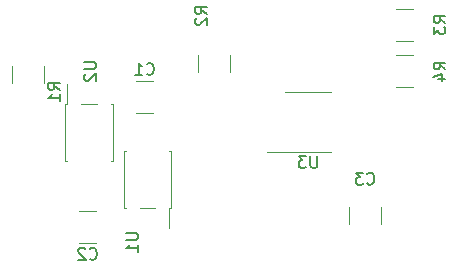
<source format=gbr>
%TF.GenerationSoftware,KiCad,Pcbnew,(6.0.5-0)*%
%TF.CreationDate,2024-08-31T12:48:40+10:00*%
%TF.ProjectId,AAPiHat,41415069-4861-4742-9e6b-696361645f70,rev?*%
%TF.SameCoordinates,Original*%
%TF.FileFunction,Legend,Bot*%
%TF.FilePolarity,Positive*%
%FSLAX46Y46*%
G04 Gerber Fmt 4.6, Leading zero omitted, Abs format (unit mm)*
G04 Created by KiCad (PCBNEW (6.0.5-0)) date 2024-08-31 12:48:40*
%MOMM*%
%LPD*%
G01*
G04 APERTURE LIST*
%ADD10C,0.150000*%
%ADD11C,0.120000*%
G04 APERTURE END LIST*
D10*
%TO.C,C2*%
X57824666Y-107940142D02*
X57872285Y-107987761D01*
X58015142Y-108035380D01*
X58110380Y-108035380D01*
X58253238Y-107987761D01*
X58348476Y-107892523D01*
X58396095Y-107797285D01*
X58443714Y-107606809D01*
X58443714Y-107463952D01*
X58396095Y-107273476D01*
X58348476Y-107178238D01*
X58253238Y-107083000D01*
X58110380Y-107035380D01*
X58015142Y-107035380D01*
X57872285Y-107083000D01*
X57824666Y-107130619D01*
X57443714Y-107130619D02*
X57396095Y-107083000D01*
X57300857Y-107035380D01*
X57062761Y-107035380D01*
X56967523Y-107083000D01*
X56919904Y-107130619D01*
X56872285Y-107225857D01*
X56872285Y-107321095D01*
X56919904Y-107463952D01*
X57491333Y-108035380D01*
X56872285Y-108035380D01*
%TO.C,R2*%
X67762380Y-87209333D02*
X67286190Y-86876000D01*
X67762380Y-86637904D02*
X66762380Y-86637904D01*
X66762380Y-87018857D01*
X66810000Y-87114095D01*
X66857619Y-87161714D01*
X66952857Y-87209333D01*
X67095714Y-87209333D01*
X67190952Y-87161714D01*
X67238571Y-87114095D01*
X67286190Y-87018857D01*
X67286190Y-86637904D01*
X66857619Y-87590285D02*
X66810000Y-87637904D01*
X66762380Y-87733142D01*
X66762380Y-87971238D01*
X66810000Y-88066476D01*
X66857619Y-88114095D01*
X66952857Y-88161714D01*
X67048095Y-88161714D01*
X67190952Y-88114095D01*
X67762380Y-87542666D01*
X67762380Y-88161714D01*
%TO.C,U1*%
X60920380Y-105791095D02*
X61729904Y-105791095D01*
X61825142Y-105838714D01*
X61872761Y-105886333D01*
X61920380Y-105981571D01*
X61920380Y-106172047D01*
X61872761Y-106267285D01*
X61825142Y-106314904D01*
X61729904Y-106362523D01*
X60920380Y-106362523D01*
X61920380Y-107362523D02*
X61920380Y-106791095D01*
X61920380Y-107076809D02*
X60920380Y-107076809D01*
X61063238Y-106981571D01*
X61158476Y-106886333D01*
X61206095Y-106791095D01*
%TO.C,R1*%
X55316380Y-93660333D02*
X54840190Y-93327000D01*
X55316380Y-93088904D02*
X54316380Y-93088904D01*
X54316380Y-93469857D01*
X54364000Y-93565095D01*
X54411619Y-93612714D01*
X54506857Y-93660333D01*
X54649714Y-93660333D01*
X54744952Y-93612714D01*
X54792571Y-93565095D01*
X54840190Y-93469857D01*
X54840190Y-93088904D01*
X55316380Y-94612714D02*
X55316380Y-94041285D01*
X55316380Y-94327000D02*
X54316380Y-94327000D01*
X54459238Y-94231761D01*
X54554476Y-94136523D01*
X54602095Y-94041285D01*
%TO.C,C1*%
X62650666Y-92291142D02*
X62698285Y-92338761D01*
X62841142Y-92386380D01*
X62936380Y-92386380D01*
X63079238Y-92338761D01*
X63174476Y-92243523D01*
X63222095Y-92148285D01*
X63269714Y-91957809D01*
X63269714Y-91814952D01*
X63222095Y-91624476D01*
X63174476Y-91529238D01*
X63079238Y-91434000D01*
X62936380Y-91386380D01*
X62841142Y-91386380D01*
X62698285Y-91434000D01*
X62650666Y-91481619D01*
X61698285Y-92386380D02*
X62269714Y-92386380D01*
X61984000Y-92386380D02*
X61984000Y-91386380D01*
X62079238Y-91529238D01*
X62174476Y-91624476D01*
X62269714Y-91672095D01*
%TO.C,U2*%
X57364380Y-91313095D02*
X58173904Y-91313095D01*
X58269142Y-91360714D01*
X58316761Y-91408333D01*
X58364380Y-91503571D01*
X58364380Y-91694047D01*
X58316761Y-91789285D01*
X58269142Y-91836904D01*
X58173904Y-91884523D01*
X57364380Y-91884523D01*
X57459619Y-92313095D02*
X57412000Y-92360714D01*
X57364380Y-92455952D01*
X57364380Y-92694047D01*
X57412000Y-92789285D01*
X57459619Y-92836904D01*
X57554857Y-92884523D01*
X57650095Y-92884523D01*
X57792952Y-92836904D01*
X58364380Y-92265476D01*
X58364380Y-92884523D01*
%TO.C,R3*%
X87955380Y-87971333D02*
X87479190Y-87638000D01*
X87955380Y-87399904D02*
X86955380Y-87399904D01*
X86955380Y-87780857D01*
X87003000Y-87876095D01*
X87050619Y-87923714D01*
X87145857Y-87971333D01*
X87288714Y-87971333D01*
X87383952Y-87923714D01*
X87431571Y-87876095D01*
X87479190Y-87780857D01*
X87479190Y-87399904D01*
X86955380Y-88304666D02*
X86955380Y-88923714D01*
X87336333Y-88590380D01*
X87336333Y-88733238D01*
X87383952Y-88828476D01*
X87431571Y-88876095D01*
X87526809Y-88923714D01*
X87764904Y-88923714D01*
X87860142Y-88876095D01*
X87907761Y-88828476D01*
X87955380Y-88733238D01*
X87955380Y-88447523D01*
X87907761Y-88352285D01*
X87860142Y-88304666D01*
%TO.C,U3*%
X77088904Y-99245380D02*
X77088904Y-100054904D01*
X77041285Y-100150142D01*
X76993666Y-100197761D01*
X76898428Y-100245380D01*
X76707952Y-100245380D01*
X76612714Y-100197761D01*
X76565095Y-100150142D01*
X76517476Y-100054904D01*
X76517476Y-99245380D01*
X76136523Y-99245380D02*
X75517476Y-99245380D01*
X75850809Y-99626333D01*
X75707952Y-99626333D01*
X75612714Y-99673952D01*
X75565095Y-99721571D01*
X75517476Y-99816809D01*
X75517476Y-100054904D01*
X75565095Y-100150142D01*
X75612714Y-100197761D01*
X75707952Y-100245380D01*
X75993666Y-100245380D01*
X76088904Y-100197761D01*
X76136523Y-100150142D01*
%TO.C,R4*%
X87955380Y-91908333D02*
X87479190Y-91575000D01*
X87955380Y-91336904D02*
X86955380Y-91336904D01*
X86955380Y-91717857D01*
X87003000Y-91813095D01*
X87050619Y-91860714D01*
X87145857Y-91908333D01*
X87288714Y-91908333D01*
X87383952Y-91860714D01*
X87431571Y-91813095D01*
X87479190Y-91717857D01*
X87479190Y-91336904D01*
X87288714Y-92765476D02*
X87955380Y-92765476D01*
X86907761Y-92527380D02*
X87622047Y-92289285D01*
X87622047Y-92908333D01*
%TO.C,C3*%
X81319666Y-101576142D02*
X81367285Y-101623761D01*
X81510142Y-101671380D01*
X81605380Y-101671380D01*
X81748238Y-101623761D01*
X81843476Y-101528523D01*
X81891095Y-101433285D01*
X81938714Y-101242809D01*
X81938714Y-101099952D01*
X81891095Y-100909476D01*
X81843476Y-100814238D01*
X81748238Y-100719000D01*
X81605380Y-100671380D01*
X81510142Y-100671380D01*
X81367285Y-100719000D01*
X81319666Y-100766619D01*
X80986333Y-100671380D02*
X80367285Y-100671380D01*
X80700619Y-101052333D01*
X80557761Y-101052333D01*
X80462523Y-101099952D01*
X80414904Y-101147571D01*
X80367285Y-101242809D01*
X80367285Y-101480904D01*
X80414904Y-101576142D01*
X80462523Y-101623761D01*
X80557761Y-101671380D01*
X80843476Y-101671380D01*
X80938714Y-101623761D01*
X80986333Y-101576142D01*
D11*
%TO.C,C2*%
X56946748Y-106643000D02*
X58369252Y-106643000D01*
X56946748Y-103923000D02*
X58369252Y-103923000D01*
%TO.C,R2*%
X66971000Y-90716263D02*
X66971000Y-92163737D01*
X69681000Y-90716263D02*
X69681000Y-92163737D01*
%TO.C,U1*%
X60888000Y-98819000D02*
X60738000Y-98819000D01*
X64588000Y-103619000D02*
X64738000Y-103619000D01*
X60738000Y-103619000D02*
X60888000Y-103619000D01*
X64738000Y-98819000D02*
X64588000Y-98819000D01*
X60738000Y-98819000D02*
X60738000Y-103619000D01*
X64738000Y-103619000D02*
X64738000Y-98819000D01*
X62088000Y-103619000D02*
X63388000Y-103619000D01*
X64588000Y-103619000D02*
X64588000Y-105319000D01*
%TO.C,R1*%
X53933000Y-91605263D02*
X53933000Y-93052737D01*
X51223000Y-91605263D02*
X51223000Y-93052737D01*
%TO.C,C1*%
X63195252Y-92874000D02*
X61772748Y-92874000D01*
X63195252Y-95594000D02*
X61772748Y-95594000D01*
%TO.C,U2*%
X59785000Y-94882000D02*
X59635000Y-94882000D01*
X55935000Y-94882000D02*
X55935000Y-93182000D01*
X55785000Y-94882000D02*
X55785000Y-99682000D01*
X59785000Y-99682000D02*
X59785000Y-94882000D01*
X59635000Y-99682000D02*
X59785000Y-99682000D01*
X58435000Y-94882000D02*
X57135000Y-94882000D01*
X55785000Y-99682000D02*
X55935000Y-99682000D01*
X55935000Y-94882000D02*
X55785000Y-94882000D01*
%TO.C,R3*%
X85178737Y-89493000D02*
X83731263Y-89493000D01*
X85178737Y-86783000D02*
X83731263Y-86783000D01*
%TO.C,U3*%
X76327000Y-98953000D02*
X72877000Y-98953000D01*
X76327000Y-93833000D02*
X74377000Y-93833000D01*
X76327000Y-93833000D02*
X78277000Y-93833000D01*
X76327000Y-98953000D02*
X78277000Y-98953000D01*
%TO.C,R4*%
X83731263Y-90720000D02*
X85178737Y-90720000D01*
X83731263Y-93430000D02*
X85178737Y-93430000D01*
%TO.C,C3*%
X82513000Y-103555748D02*
X82513000Y-104978252D01*
X79793000Y-103555748D02*
X79793000Y-104978252D01*
%TD*%
M02*

</source>
